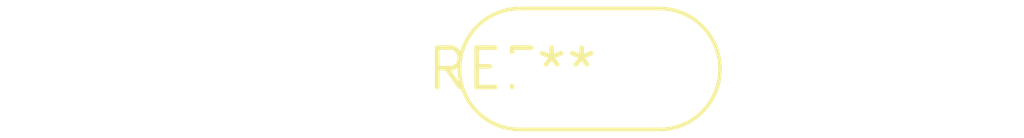
<source format=kicad_pcb>
(kicad_pcb (version 20240108) (generator pcbnew)
  (layers (0 "F.Cu" signal) (31 "B.Cu" signal) (34 "B.Paste" user) (35 "F.Paste" user) (36 "B.SilkS" user "B.Silkscreen") (37 "F.SilkS" user "F.Silkscreen") (38 "B.Mask" user) (39 "F.Mask" user) (44 "Edge.Cuts" user))
  (net 0 "")
  (footprint "Resonator-2Pin_W8.0mm_H3.5mm" (layer "F.Cu") (at 0 0)
    (property "Reference" "REF**")
    (property "Value" "Resonator-2Pin_W8.0mm_H3.5mm")
    (fp_line (start 0.25 -1.95) (end 4.75 -1.95) (layer "F.SilkS") (stroke (width 0.12)))
    (fp_line (start 0.25 1.95) (end 4.75 1.95) (layer "F.SilkS") (stroke (width 0.12)))
    (fp_arc (start 0.25 1.95) (mid -1.7 0) (end 0.25 -1.95) (layer "F.SilkS") (stroke (width 0.12)))
    (fp_arc (start 4.75 -1.95) (mid 6.7 0) (end 4.75 1.95) (layer "F.SilkS") (stroke (width 0.12)))
    (pad "1" thru_hole circle (at 0 0) (size 1.7 1.7) (drill 1) (layers *.Cu *.Mask) (remove_unused_layers))
    (pad "2" thru_hole circle (at 5 0) (size 1.7 1.7) (drill 1) (layers *.Cu *.Mask) (remove_unused_layers))
  )
)
</source>
